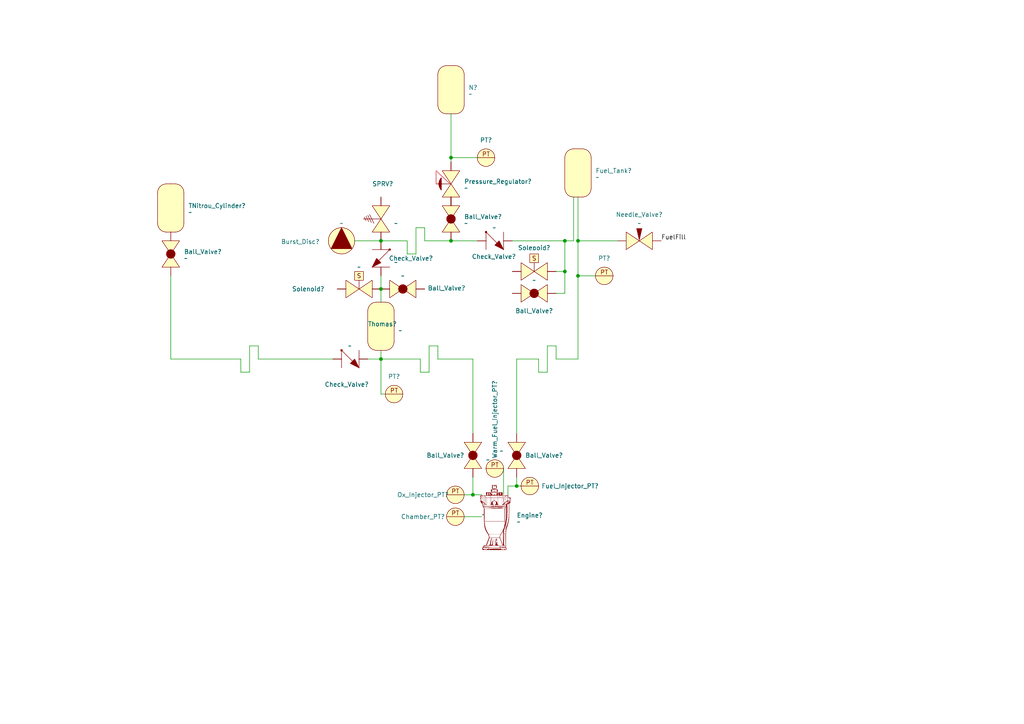
<source format=kicad_sch>
(kicad_sch (version 20231120) (generator "eeschema") (generator_version "8.0")
  (paper "A4")
  (lib_symbols
    (symbol "Ball_Valve_4"
      (property "Reference" "Ball_Valve" (at 3.81 -4.318 0))
      (symbol "Ball_Valve_4_1_1"
        (pin passive line (at -2.54 0 0) (length 2.54) (name "") (number ""))
        (pin passive line (at 10.16 0 180) (length 2.54) (name "") (number ""))
      )
    )
    (symbol "Ball_Valve_5"
      (property "Reference" "Ball_Valve" (at 3.81 -4.318 0))
      (symbol "Ball_Valve_5_1_1"
        (pin passive line (at -2.54 0 0) (length 2.54) (name "") (number ""))
        (pin passive line (at 10.16 0 180) (length 2.54) (name "") (number ""))
      )
    )
    (symbol "Ball_Valve_6"
      (property "Reference" "Ball_Valve" (at 3.81 -4.318 0))
      (symbol "Ball_Valve_6_1_1"
        (pin passive line (at -2.54 0 0) (length 2.54) (name "") (number ""))
        (pin passive line (at 10.16 0 180) (length 2.54) (name "") (number ""))
      )
    )
    (symbol "Ball_Valve_7"
      (property "Reference" "Ball_Valve" (at 3.81 -4.318 0))
      (symbol "Ball_Valve_7_1_1"
        (pin passive line (at -2.54 0 0) (length 2.54) (name "") (number ""))
        (pin passive line (at 10.16 0 180) (length 2.54) (name "") (number ""))
      )
    )
    (symbol "Ball_Valve_8"
      (property "Reference" "Ball_Valve" (at 3.81 -4.318 0))
      (symbol "Ball_Valve_8_1_1"
        (pin passive line (at -2.54 0 0) (length 2.54) (name "") (number ""))
        (pin passive line (at 10.16 0 180) (length 2.54) (name "") (number ""))
      )
    )
    (symbol "Check_Valve_1"
      (property "Reference" "Check_Valve" (at 2.54 -4.064 0))
      (symbol "Check_Valve_1_1_1"
        (pin passive line (at -2.54 0 0) (length 2.54) (name "") (number ""))
        (pin passive line (at 7.62 0 180) (length 2.54) (name "") (number ""))
      )
    )
    (symbol "Check_Valve_2"
      (property "Reference" "Check_Valve" (at 2.54 -4.064 0))
      (symbol "Check_Valve_2_1_1"
        (pin passive line (at -2.54 0 0) (length 2.54) (name "") (number ""))
        (pin passive line (at 7.62 0 180) (length 2.54) (name "") (number ""))
      )
    )
    (symbol "Check_Valve_3"
      (property "Reference" "Check_Valve" (at 2.54 -4.064 0))
      (symbol "Check_Valve_3_1_1"
        (pin passive line (at -2.54 0 0) (length 2.54) (name "") (number ""))
        (pin passive line (at 7.62 0 180) (length 2.54) (name "") (number ""))
      )
    )
    (symbol "Needle_Valve_1"
      (property "Reference" "Needle_Valve" (at 3.556 -3.81 0))
      (symbol "Needle_Valve_1_1_1"
        (pin passive line (at -2.54 0 0) (length 2.54) (name "") (number ""))
        (pin passive line (at 10.16 0 180) (length 2.54) (name "") (number ""))
      )
    )
    (symbol "PID_symbols:Burst_Disc"
      (property "Reference" "Burst_Disc" (at 0 -5.334 0))
      (symbol "Burst_Disc_1_1"
        (pin passive line (at -3.81 0 0) (length 0) (name "") (number ""))
        (pin passive line (at 3.81 0 180) (length 0) (name "") (number ""))
      )
    )
    (symbol "PID_symbols:Engine"
      (property "Reference" "Engine" (at 0 0 0))
      (symbol "Engine_1_1"
        (pin input line (at -3.81 3.81 0) (length 0) (name "") (number ""))
        (pin input line (at 0 6.35 0) (length 0) (name "") (number ""))
        (pin input line (at 3.81 3.81 0) (length 0) (name "") (number ""))
      )
    )
    (symbol "PID_symbols:Pressure_Transducer"
      (property "Reference" "PT" (at 0 -3.81 0))
      (symbol "Pressure_Transducer_1_1"
        (text "PT\n" (at 0 1.016 0) (effects (font (size 1.27 1.27))))
        (pin passive line (at -2.54 0 0) (length 0) (name "") (number ""))
        (pin passive line (at 2.54 0 180) (length 0) (name "") (number ""))
      )
    )
    (symbol "Pressure_Regulator_1"
      (property "Reference" "Pressure_Regulator" (at 4.318 -3.81 0))
      (symbol "Pressure_Regulator_1_1_1"
        (pin passive line (at -2.54 0 0) (length 2.54) (name "") (number ""))
        (pin passive line (at 10.16 0 180) (length 2.54) (name "") (number ""))
      )
    )
    (symbol "Pressure_Transducer_2"
      (property "Reference" "PT" (at 0 -3.81 0))
      (symbol "Pressure_Transducer_2_1_1"
        (text "PT\n" (at 0 1.016 0) (effects (font (size 1.27 1.27))))
        (pin passive line (at -2.54 0 0) (length 0) (name "") (number ""))
        (pin passive line (at 2.54 0 180) (length 0) (name "") (number ""))
      )
    )
    (symbol "Pressure_Transducer_3"
      (property "Reference" "PT" (at 0 -3.81 0))
      (symbol "Pressure_Transducer_3_1_1"
        (text "PT\n" (at 0 1.016 0) (effects (font (size 1.27 1.27))))
        (pin passive line (at -2.54 0 0) (length 0) (name "") (number ""))
        (pin passive line (at 2.54 0 180) (length 0) (name "") (number ""))
      )
    )
    (symbol "Pressure_Transducer_4"
      (property "Reference" "PT" (at 0 -3.81 0))
      (symbol "Pressure_Transducer_4_1_1"
        (text "PT\n" (at 0 1.016 0) (effects (font (size 1.27 1.27))))
        (pin passive line (at -2.54 0 0) (length 0) (name "") (number ""))
        (pin passive line (at 2.54 0 180) (length 0) (name "") (number ""))
      )
    )
    (symbol "SPRV_1"
      (property "Reference" "SPRV" (at 3.556 -3.302 0))
      (symbol "SPRV_1_1_1"
        (pin passive line (at -2.54 0 0) (length 2.54) (name "") (number ""))
        (pin passive line (at 10.16 0 180) (length 2.54) (name "") (number ""))
      )
    )
    (symbol "Solenoid_1"
      (property "Reference" "Solenoid" (at 3.81 -3.81 0))
      (symbol "Solenoid_1_1_1"
        (text "S\n" (at 3.81 3.81 0) (effects (font (size 1.27 1.27))))
        (pin passive line (at -2.54 0 0) (length 2.54) (name "") (number ""))
        (pin passive line (at 10.16 0 180) (length 2.54) (name "") (number ""))
      )
    )
    (symbol "Solenoid_2"
      (property "Reference" "Solenoid" (at 3.81 -3.81 0))
      (symbol "Solenoid_2_1_1"
        (text "S\n" (at 3.81 3.81 0) (effects (font (size 1.27 1.27))))
        (pin passive line (at -2.54 0 0) (length 2.54) (name "") (number ""))
        (pin passive line (at 10.16 0 180) (length 2.54) (name "") (number ""))
      )
    )
    (symbol "Tank_3"
      (property "Reference" "T" (at 6.35 5.08 0))
      (symbol "Tank_3_1_1"
        (pin passive line (at 1.27 -2.54 90) (length 0) (name "") (number ""))
        (pin passive line (at 1.27 11.43 270) (length 0) (name "") (number ""))
      )
    )
    (symbol "Tank_4"
      (property "Reference" "T" (at 6.35 5.08 0))
      (symbol "Tank_4_1_1"
        (pin passive line (at 1.27 -2.54 90) (length 0) (name "") (number ""))
        (pin passive line (at 1.27 11.43 270) (length 0) (name "") (number ""))
      )
    )
    (symbol "Tank_5"
      (property "Reference" "T" (at 6.35 5.08 0))
      (symbol "Tank_5_1_1"
        (pin passive line (at 1.27 -2.54 90) (length 0) (name "") (number ""))
        (pin passive line (at 1.27 11.43 270) (length 0) (name "") (number ""))
      )
    )
    (symbol "Tank_6"
      (property "Reference" "T" (at 6.35 5.08 0))
      (symbol "Tank_6_1_1"
        (pin passive line (at 1.27 -2.54 90) (length 0) (name "") (number ""))
        (pin passive line (at 1.27 11.43 270) (length 0) (name "") (number ""))
      )
    )
  )
  (junction (at 110.49 69.85))
  (junction (at 130.81 45.72))
  (junction (at 167.64 69.85))
  (junction (at 167.64 80.01))
  (junction (at 137.16 143.51))
  (junction (at 163.83 78.74))
  (junction (at 110.49 104.14))
  (junction (at 163.83 69.85))
  (junction (at 149.86 140.97))
  (junction (at 130.81 69.85))
  (junction (at 110.49 83.82))
  (wire (pts (xy 137.16 104.14) (xy 137.16 125.73)))
  (wire (pts (xy 74.93 100.33) (xy 72.39 100.33)))
  (wire (pts (xy 49.53 104.14) (xy 69.85 104.14)))
  (wire (pts (xy 124.46 100.33) (xy 124.46 107.95)))
  (wire (pts (xy 138.43 69.85) (xy 130.81 69.85)))
  (wire (pts (xy 111.76 114.3) (xy 110.49 114.3)))
  (wire (pts (xy 121.92 107.95) (xy 121.92 104.14)))
  (wire (pts (xy 74.93 104.14) (xy 74.93 100.33)))
  (wire (pts (xy 134.62 149.86) (xy 139.7 149.86)))
  (wire (pts (xy 137.16 138.43) (xy 137.16 143.51)))
  (wire (pts (xy 163.83 69.85) (xy 166.37 69.85)))
  (wire (pts (xy 167.64 80.01) (xy 172.72 80.01)))
  (wire (pts (xy 123.19 69.85) (xy 123.19 66.04)))
  (wire (pts (xy 72.39 107.95) (xy 69.85 107.95)))
  (wire (pts (xy 124.46 107.95) (xy 121.92 107.95)))
  (wire (pts (xy 130.81 45.72) (xy 130.81 46.99)))
  (wire (pts (xy 127 104.14) (xy 127 100.33)))
  (wire (pts (xy 158.75 100.33) (xy 158.75 107.95)))
  (wire (pts (xy 149.86 104.14) (xy 156.21 104.14)))
  (wire (pts (xy 167.64 80.01) (xy 167.64 104.14)))
  (wire (pts (xy 167.64 69.85) (xy 167.64 80.01)))
  (wire (pts (xy 106.68 104.14) (xy 110.49 104.14)))
  (wire (pts (xy 161.29 100.33) (xy 158.75 100.33)))
  (wire (pts (xy 118.11 73.66) (xy 118.11 69.85)))
  (wire (pts (xy 69.85 107.95) (xy 69.85 104.14)))
  (wire (pts (xy 127 100.33) (xy 124.46 100.33)))
  (wire (pts (xy 120.65 66.04) (xy 123.19 66.04)))
  (wire (pts (xy 149.86 140.97) (xy 151.13 140.97)))
  (wire (pts (xy 148.59 69.85) (xy 163.83 69.85)))
  (wire (pts (xy 120.65 66.04) (xy 120.65 73.66)))
  (wire (pts (xy 110.49 114.3) (xy 110.49 104.14)))
  (wire (pts (xy 167.64 69.85) (xy 179.07 69.85)))
  (wire (pts (xy 110.49 83.82) (xy 110.49 87.63)))
  (wire (pts (xy 137.16 104.14) (xy 127 104.14)))
  (wire (pts (xy 149.86 104.14) (xy 149.86 125.73)))
  (wire (pts (xy 163.83 78.74) (xy 163.83 69.85)))
  (wire (pts (xy 163.83 78.74) (xy 163.83 85.09)))
  (wire (pts (xy 130.81 33.02) (xy 130.81 45.72)))
  (wire (pts (xy 147.32 140.97) (xy 147.32 143.51)))
  (wire (pts (xy 167.64 104.14) (xy 161.29 104.14)))
  (wire (pts (xy 156.21 107.95) (xy 156.21 104.14)))
  (wire (pts (xy 134.62 143.51) (xy 137.16 143.51)))
  (wire (pts (xy 161.29 85.09) (xy 163.83 85.09)))
  (wire (pts (xy 130.81 59.69) (xy 130.81 57.15)))
  (wire (pts (xy 49.53 80.01) (xy 49.53 104.14)))
  (wire (pts (xy 110.49 69.85) (xy 118.11 69.85)))
  (wire (pts (xy 102.87 69.85) (xy 110.49 69.85)))
  (wire (pts (xy 110.49 104.14) (xy 110.49 101.6)))
  (wire (pts (xy 72.39 100.33) (xy 72.39 107.95)))
  (wire (pts (xy 74.93 104.14) (xy 96.52 104.14)))
  (wire (pts (xy 166.37 57.15) (xy 166.37 69.85)))
  (wire (pts (xy 110.49 83.82) (xy 110.49 80.01)))
  (wire (pts (xy 161.29 78.74) (xy 163.83 78.74)))
  (wire (pts (xy 158.75 107.95) (xy 156.21 107.95)))
  (wire (pts (xy 146.05 135.89) (xy 146.05 143.51)))
  (wire (pts (xy 137.16 143.51) (xy 139.7 143.51)))
  (wire (pts (xy 110.49 104.14) (xy 121.92 104.14)))
  (wire (pts (xy 149.86 138.43) (xy 149.86 140.97)))
  (wire (pts (xy 167.64 57.15) (xy 167.64 69.85)))
  (wire (pts (xy 130.81 69.85) (xy 123.19 69.85)))
  (wire (pts (xy 161.29 104.14) (xy 161.29 100.33)))
  (wire (pts (xy 130.81 45.72) (xy 138.43 45.72)))
  (wire (pts (xy 147.32 140.97) (xy 149.86 140.97)))
  (wire (pts (xy 120.65 73.66) (xy 118.11 73.66)))
  (label "." (at 139.7 149.86 0))
  (label "FuelFill" (at 191.77 69.85 0))
  (symbol (lib_name "PID_symbols:Pressure_Transducer") (lib_id "PID_symbols:Pressure_Transducer") (at 143.51 135.89 0) (unit 1)
    (property "Reference" "Warm_Fuel_Injector_PT?" (at 143.51 121.666 90))
  )
  (symbol (lib_name "Check_Valve_2") (lib_id "PID_symbols:Check_Valve") (at 99.06 104.14 0) (unit 1)
    (property "Reference" "Check_Valve?" (at 100.584 111.506 0))
    (property "Value" "~" (at 101.473 100.33 0))
  )
  (symbol (lib_name "Ball_Valve_8") (lib_id "PID_symbols:Ball_Valve") (at 49.53 69.85 270) (unit 1)
    (property "Reference" "Ball_Valve?" (at 53.34 73.0249 90) (effects (justify left)))
    (property "Value" "~" (at 53.34 74.93 90) (effects (justify left)))
  )
  (symbol (lib_name "Ball_Valve_5") (lib_id "PID_symbols:Ball_Valve") (at 151.13 85.09 0) (unit 1)
    (property "Reference" "Ball_Valve?" (at 154.94 90.17 0))
    (property "Value" "~" (at 154.94 81.28 0))
  )
  (symbol (lib_name "Ball_Valve_7") (lib_id "PID_symbols:Ball_Valve") (at 137.16 135.89 90) (unit 1)
    (property "Reference" "Ball_Valve?" (at 123.698 132.08 90) (effects (justify right)))
    (property "Value" "~" (at 140.97 133.35 90) (effects (justify right)))
  )
  (symbol (lib_name "PID_symbols:Pressure_Transducer") (lib_id "PID_symbols:Pressure_Transducer") (at 153.67 140.97 0) (unit 1)
    (property "Reference" "Fuel_Injector_PT?" (at 165.354 140.97 0))
  )
  (symbol (lib_id "PID_symbols:Engine") (at 143.51 147.32 0) (unit 1)
    (property "Reference" "Engine?" (at 149.86 149.4718 0) (effects (justify left)))
    (property "Value" "~" (at 149.86 151.3769 0) (effects (justify left)))
  )
  (symbol (lib_name "Check_Valve_1") (lib_id "PID_symbols:Check_Valve") (at 140.97 69.85 0) (unit 1)
    (property "Reference" "Check_Valve?" (at 143.256 74.422 0))
    (property "Value" "~" (at 143.383 66.04 0))
  )
  (symbol (lib_name "PID_symbols:Pressure_Transducer") (lib_id "PID_symbols:Pressure_Transducer") (at 132.08 149.86 0) (unit 1)
    (property "Reference" "Chamber_PT?" (at 122.682 149.86 0))
  )
  (symbol (lib_name "Solenoid_1") (lib_id "PID_symbols:Solenoid") (at 151.13 78.74 0) (unit 1)
    (property "Reference" "Solenoid?" (at 154.94 71.882 0))
    (property "Value" "~" (at 154.94 72.39 0))
  )
  (symbol (lib_id "PID_symbols:Burst_Disc") (at 99.06 69.85 0) (unit 1)
    (property "Reference" "Burst_Disc?" (at 87.122 70.104 0))
    (property "Value" "~" (at 99.06 64.77 0))
  )
  (symbol (lib_name "Pressure_Transducer_2") (lib_id "PID_symbols:Pressure_Transducer") (at 114.3 114.3 0) (unit 1)
    (property "Reference" "PT?" (at 114.3 109.22 0))
  )
  (symbol (lib_name "Needle_Valve_1") (lib_id "PID_symbols:Needle_Valve") (at 181.61 69.85 0) (unit 1)
    (property "Reference" "Needle_Valve?" (at 185.42 62.23 0))
    (property "Value" "~" (at 185.42 64.77 0))
  )
  (symbol (lib_name "PID_symbols:Pressure_Transducer") (lib_id "PID_symbols:Pressure_Transducer") (at 132.08 143.51 0) (unit 1)
    (property "Reference" "Ox_Injector_PT?" (at 122.682 143.51 0))
  )
  (symbol (lib_name "Tank_5") (lib_id "PID_symbols:Tank") (at 109.22 99.06 0) (unit 1)
    (property "Reference" "Thomas?" (at 106.68 93.98 0) (effects (justify left)))
    (property "Value" "~" (at 115.57 95.885 0) (effects (justify left)))
  )
  (symbol (lib_name "SPRV_1") (lib_id "PID_symbols:SPRV") (at 110.49 67.31 90) (unit 1)
    (property "Reference" "SPRV?" (at 107.95 53.34 90) (effects (justify right)))
    (property "Value" "~" (at 114.3 64.77 90) (effects (justify right)))
  )
  (symbol (lib_name "Ball_Valve_4") (lib_id "PID_symbols:Ball_Valve") (at 130.81 59.69 270) (unit 1)
    (property "Reference" "Ball_Valve?" (at 134.62 62.8649 90) (effects (justify left)))
    (property "Value" "~" (at 134.62 64.77 90) (effects (justify left)))
  )
  (symbol (lib_name "Pressure_Transducer_4") (lib_id "PID_symbols:Pressure_Transducer") (at 175.26 80.01 0) (unit 1)
    (property "Reference" "PT?" (at 175.26 74.93 0))
  )
  (symbol (lib_name "Pressure_Transducer_3") (lib_id "PID_symbols:Pressure_Transducer") (at 140.97 45.72 0) (unit 1)
    (property "Reference" "PT?" (at 140.97 40.64 0))
  )
  (symbol (lib_name "Pressure_Regulator_1") (lib_id "PID_symbols:Pressure_Regulator") (at 130.81 57.15 90) (unit 1)
    (property "Reference" "Pressure_Regulator?" (at 134.62 52.6424 90) (effects (justify right)))
    (property "Value" "~" (at 134.62 54.5475 90) (effects (justify right)))
  )
  (symbol (lib_name "Tank_3") (lib_id "PID_symbols:Tank") (at 129.54 30.48 0) (unit 1)
    (property "Reference" "N?" (at 135.89 25.3999 0) (effects (justify left)))
    (property "Value" "~" (at 135.89 27.305 0) (effects (justify left)))
  )
  (symbol (lib_name "Ball_Valve_6") (lib_id "PID_symbols:Ball_Valve") (at 113.03 83.82 0) (unit 1)
    (property "Reference" "Ball_Valve?" (at 129.54 83.566 0))
    (property "Value" "~" (at 116.84 80.01 0))
  )
  (symbol (lib_name "Check_Valve_3") (lib_id "PID_symbols:Check_Valve") (at 110.49 72.39 270) (unit 1)
    (property "Reference" "Check_Valve?" (at 112.776 74.93 90) (effects (justify left)))
    (property "Value" "~" (at 114.3 76.073 90) (effects (justify left)))
  )
  (symbol (lib_name "Tank_6") (lib_id "PID_symbols:Tank") (at 48.26 64.77 0) (unit 1)
    (property "Reference" "TNitrou_Cylinder?" (at 54.61 59.6899 0) (effects (justify left)))
    (property "Value" "~" (at 54.61 61.595 0) (effects (justify left)))
  )
  (symbol (lib_name "Solenoid_2") (lib_id "PID_symbols:Solenoid") (at 100.33 83.82 0) (unit 1)
    (property "Reference" "Solenoid?" (at 89.408 83.82 0))
    (property "Value" "~" (at 104.14 77.47 0))
  )
  (symbol (lib_name "Tank_4") (lib_id "PID_symbols:Tank") (at 166.37 54.61 0) (unit 1)
    (property "Reference" "Fuel_Tank?" (at 172.72 49.5299 0) (effects (justify left)))
    (property "Value" "~" (at 172.72 51.435 0) (effects (justify left)))
  )
  (symbol (lib_name "Ball_Valve_4") (lib_id "PID_symbols:Ball_Valve") (at 149.86 128.27 270) (unit 1)
    (property "Reference" "Ball_Valve?" (at 163.322 132.08 90) (effects (justify right)))
    (property "Value" "~" (at 146.05 130.81 90) (effects (justify right)))
  )
)
</source>
